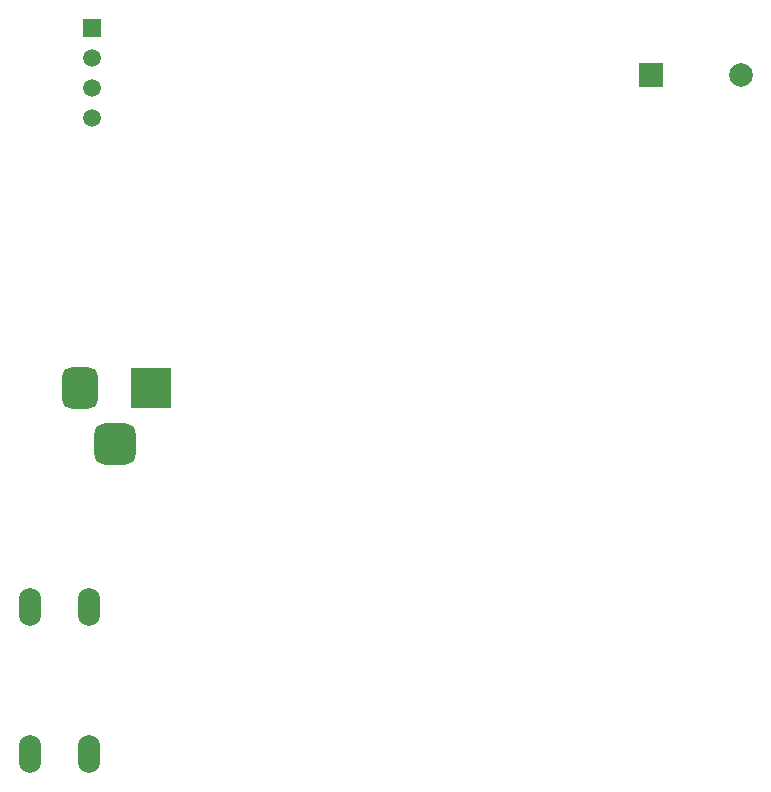
<source format=gbr>
%TF.GenerationSoftware,KiCad,Pcbnew,9.0.0*%
%TF.CreationDate,2025-04-03T13:22:32+05:30*%
%TF.ProjectId,Air Quality Monitor,41697220-5175-4616-9c69-7479204d6f6e,rev?*%
%TF.SameCoordinates,Original*%
%TF.FileFunction,Soldermask,Bot*%
%TF.FilePolarity,Negative*%
%FSLAX46Y46*%
G04 Gerber Fmt 4.6, Leading zero omitted, Abs format (unit mm)*
G04 Created by KiCad (PCBNEW 9.0.0) date 2025-04-03 13:22:32*
%MOMM*%
%LPD*%
G01*
G04 APERTURE LIST*
G04 Aperture macros list*
%AMRoundRect*
0 Rectangle with rounded corners*
0 $1 Rounding radius*
0 $2 $3 $4 $5 $6 $7 $8 $9 X,Y pos of 4 corners*
0 Add a 4 corners polygon primitive as box body*
4,1,4,$2,$3,$4,$5,$6,$7,$8,$9,$2,$3,0*
0 Add four circle primitives for the rounded corners*
1,1,$1+$1,$2,$3*
1,1,$1+$1,$4,$5*
1,1,$1+$1,$6,$7*
1,1,$1+$1,$8,$9*
0 Add four rect primitives between the rounded corners*
20,1,$1+$1,$2,$3,$4,$5,0*
20,1,$1+$1,$4,$5,$6,$7,0*
20,1,$1+$1,$6,$7,$8,$9,0*
20,1,$1+$1,$8,$9,$2,$3,0*%
G04 Aperture macros list end*
%ADD10O,1.900000X3.200000*%
%ADD11R,1.500000X1.500000*%
%ADD12C,1.500000*%
%ADD13R,2.000000X2.000000*%
%ADD14C,2.000000*%
%ADD15R,3.500000X3.500000*%
%ADD16RoundRect,0.750000X-0.750000X-1.000000X0.750000X-1.000000X0.750000X1.000000X-0.750000X1.000000X0*%
%ADD17RoundRect,0.875000X-0.875000X-0.875000X0.875000X-0.875000X0.875000X0.875000X-0.875000X0.875000X0*%
G04 APERTURE END LIST*
D10*
%TO.C,SW1*%
X83750000Y-121500000D03*
X83750000Y-109000000D03*
X88750000Y-121500000D03*
X88750000Y-109000000D03*
%TD*%
D11*
%TO.C,U10*%
X89000000Y-60000000D03*
D12*
X89000000Y-62540000D03*
X89000000Y-65080000D03*
X89000000Y-67620000D03*
%TD*%
D13*
%TO.C,BZ1*%
X136400000Y-64000000D03*
D14*
X144000000Y-64000000D03*
%TD*%
D15*
%TO.C,J3*%
X94000000Y-90500000D03*
D16*
X88000000Y-90500000D03*
D17*
X91000000Y-95200000D03*
%TD*%
M02*

</source>
